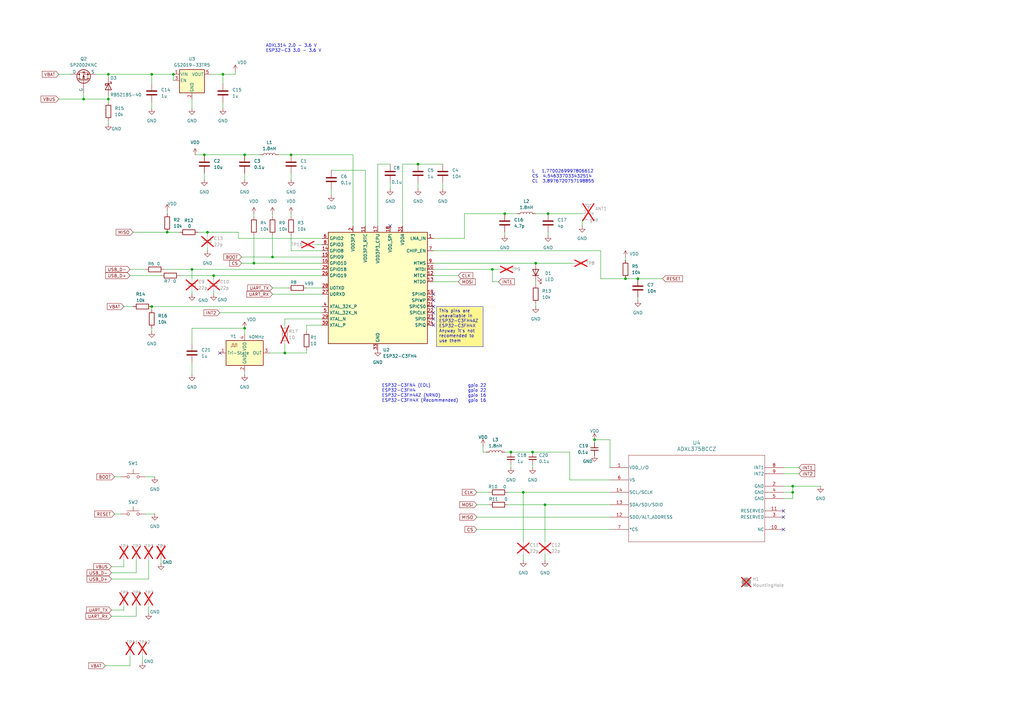
<source format=kicad_sch>
(kicad_sch (version 20250114) (generator "eeschema") (generator_version "9.0")
  (paper "A3")
  (text "ESP32-C3FN4 (EOL) 			gpio 22\nESP32-C3FH4					gpio 22\nESP32-C3FH4AZ (NRND)		gpio 16\nESP32-C3FH4X (Recommended)	gpio 16" (at 178.054 161.29 0) (effects (font (size 1.27 1.27))))
  (text "L   1.7700269997806612\nCS  4.546337033432514\nCL  3.8976720757198855" (at 218.186 72.39 0) (effects (font (size 1.27 1.27)) (justify left)))
  (text "ADXL314 2.0 - 3.6 V\nESP32-C3 3.0 - 3.6 V" (at 108.966 19.812 0) (effects (font (size 1.27 1.27)) (justify left)))
  (text_box "This pins are unavailable in \nESP32-C3FH4AZ \nESP32-C3FH4X\nAnyway it's not recomended to use them" (at 179.07 125.73 0) (size 19.05 16.51) (margins 0.9525 0.9525 0.9525 0.9525) (fill (type color) (color 255 247 142 1)) (effects (font (size 1.27 1.27)) (justify left top)))
  (junction (at 325.12 201.93))
  (junction (at 218.44 185.42))
  (junction (at 256.54 114.3))
  (junction (at 78.74 110.49))
  (junction (at 100.33 134.62))
  (junction (at 243.84 180.34))
  (junction (at 223.52 207.01))
  (junction (at 224.79 87.63))
  (junction (at 104.14 107.95))
  (junction (at 209.55 185.42))
  (junction (at 207.01 87.63))
  (junction (at 91.44 30.48))
  (junction (at 44.45 40.64))
  (junction (at 261.62 114.3))
  (junction (at 214.63 201.93))
  (junction (at 62.23 125.73))
  (junction (at 71.12 30.48))
  (junction (at 201.93 110.49))
  (junction (at 68.58 95.25))
  (junction (at 100.33 63.5))
  (junction (at 116.84 144.78))
  (junction (at 85.09 95.25))
  (junction (at 34.29 40.64))
  (junction (at 83.82 63.5))
  (junction (at 171.45 67.31))
  (junction (at 219.71 107.95))
  (junction (at 111.76 105.41))
  (junction (at 62.23 30.48))
  (junction (at 44.45 30.48))
  (junction (at 87.63 113.03))
  (junction (at 325.12 199.39))
  (junction (at 119.38 63.5))
  (no_connect (at 177.8 123.19))
  (no_connect (at 321.31 217.17))
  (no_connect (at 321.31 212.09))
  (no_connect (at 177.8 128.27))
  (no_connect (at 177.8 125.73))
  (no_connect (at 321.31 209.55))
  (no_connect (at 90.17 144.78))
  (no_connect (at 177.8 120.65))
  (no_connect (at 177.8 133.35))
  (no_connect (at 160.02 92.71))
  (no_connect (at 177.8 130.81))
  (wire (pts (xy 62.23 30.48) (xy 62.23 34.29)))
  (wire (pts (xy 54.61 95.25) (xy 68.58 95.25)))
  (wire (pts (xy 34.29 40.64) (xy 44.45 40.64)))
  (wire (pts (xy 44.45 39.37) (xy 44.45 40.64)))
  (wire (pts (xy 219.71 115.57) (xy 219.71 116.84)))
  (wire (pts (xy 46.99 210.82) (xy 49.53 210.82)))
  (wire (pts (xy 207.01 87.63) (xy 212.09 87.63)))
  (wire (pts (xy 125.73 143.51) (xy 125.73 144.78)))
  (wire (pts (xy 67.31 110.49) (xy 78.74 110.49)))
  (wire (pts (xy 62.23 125.73) (xy 132.08 125.73)))
  (wire (pts (xy 256.54 114.3) (xy 261.62 114.3)))
  (wire (pts (xy 54.61 125.73) (xy 50.8 125.73)))
  (wire (pts (xy 85.09 95.25) (xy 85.09 96.52)))
  (wire (pts (xy 336.55 199.39) (xy 325.12 199.39)))
  (wire (pts (xy 78.74 134.62) (xy 100.33 134.62)))
  (wire (pts (xy 144.78 63.5) (xy 144.78 92.71)))
  (wire (pts (xy 66.04 229.87) (xy 66.04 231.14)))
  (wire (pts (xy 119.38 96.52) (xy 119.38 102.87)))
  (wire (pts (xy 97.79 97.79) (xy 132.08 97.79)))
  (wire (pts (xy 114.3 63.5) (xy 119.38 63.5)))
  (wire (pts (xy 325.12 199.39) (xy 321.31 199.39)))
  (wire (pts (xy 219.71 124.46) (xy 219.71 125.73)))
  (wire (pts (xy 207.01 95.25) (xy 207.01 96.52)))
  (wire (pts (xy 55.88 248.92) (xy 55.88 252.73)))
  (wire (pts (xy 250.19 180.34) (xy 250.19 191.77)))
  (wire (pts (xy 80.01 63.5) (xy 83.82 63.5)))
  (wire (pts (xy 62.23 44.45) (xy 62.23 41.91)))
  (wire (pts (xy 223.52 227.33) (xy 223.52 229.87)))
  (wire (pts (xy 119.38 87.63) (xy 119.38 88.9)))
  (wire (pts (xy 190.5 97.79) (xy 190.5 87.63)))
  (wire (pts (xy 246.38 114.3) (xy 246.38 102.87)))
  (wire (pts (xy 119.38 73.66) (xy 119.38 71.12)))
  (wire (pts (xy 45.72 234.95) (xy 55.88 234.95)))
  (wire (pts (xy 171.45 77.47) (xy 171.45 74.93)))
  (wire (pts (xy 96.52 29.21) (xy 96.52 30.48)))
  (wire (pts (xy 119.38 63.5) (xy 144.78 63.5)))
  (wire (pts (xy 87.63 119.38) (xy 87.63 120.65)))
  (wire (pts (xy 73.66 113.03) (xy 87.63 113.03)))
  (wire (pts (xy 201.93 115.57) (xy 201.93 110.49)))
  (wire (pts (xy 50.8 232.41) (xy 50.8 229.87)))
  (wire (pts (xy 224.79 95.25) (xy 224.79 96.52)))
  (wire (pts (xy 99.06 105.41) (xy 111.76 105.41)))
  (wire (pts (xy 177.8 110.49) (xy 201.93 110.49)))
  (wire (pts (xy 223.52 207.01) (xy 223.52 222.25)))
  (wire (pts (xy 209.55 185.42) (xy 218.44 185.42)))
  (wire (pts (xy 62.23 134.62) (xy 62.23 135.89)))
  (wire (pts (xy 68.58 86.36) (xy 68.58 87.63)))
  (wire (pts (xy 238.76 90.17) (xy 238.76 92.71)))
  (wire (pts (xy 208.28 201.93) (xy 214.63 201.93)))
  (wire (pts (xy 46.99 195.58) (xy 49.53 195.58)))
  (wire (pts (xy 119.38 102.87) (xy 132.08 102.87)))
  (wire (pts (xy 165.1 67.31) (xy 165.1 92.71)))
  (wire (pts (xy 250.19 180.34) (xy 243.84 180.34)))
  (wire (pts (xy 53.34 110.49) (xy 59.69 110.49)))
  (wire (pts (xy 325.12 204.47) (xy 325.12 201.93)))
  (wire (pts (xy 63.5 210.82) (xy 59.69 210.82)))
  (wire (pts (xy 60.96 229.87) (xy 60.96 237.49)))
  (wire (pts (xy 83.82 73.66) (xy 83.82 71.12)))
  (wire (pts (xy 71.12 30.48) (xy 71.12 33.02)))
  (wire (pts (xy 204.47 115.57) (xy 201.93 115.57)))
  (wire (pts (xy 116.84 130.81) (xy 132.08 130.81)))
  (wire (pts (xy 177.8 107.95) (xy 219.71 107.95)))
  (wire (pts (xy 97.79 97.79) (xy 97.79 95.25)))
  (wire (pts (xy 214.63 201.93) (xy 214.63 222.25)))
  (wire (pts (xy 195.58 201.93) (xy 200.66 201.93)))
  (wire (pts (xy 261.62 114.3) (xy 271.78 114.3)))
  (wire (pts (xy 214.63 227.33) (xy 214.63 229.87)))
  (wire (pts (xy 58.42 269.24) (xy 58.42 271.78)))
  (wire (pts (xy 208.28 207.01) (xy 223.52 207.01)))
  (wire (pts (xy 321.31 201.93) (xy 325.12 201.93)))
  (wire (pts (xy 96.52 30.48) (xy 91.44 30.48)))
  (wire (pts (xy 116.84 144.78) (xy 125.73 144.78)))
  (wire (pts (xy 87.63 113.03) (xy 87.63 114.3)))
  (wire (pts (xy 44.45 30.48) (xy 62.23 30.48)))
  (wire (pts (xy 91.44 30.48) (xy 91.44 34.29)))
  (wire (pts (xy 53.34 269.24) (xy 53.34 273.05)))
  (wire (pts (xy 177.8 115.57) (xy 187.96 115.57)))
  (wire (pts (xy 100.33 63.5) (xy 106.68 63.5)))
  (wire (pts (xy 78.74 148.59) (xy 78.74 153.67)))
  (wire (pts (xy 116.84 133.35) (xy 116.84 130.81)))
  (wire (pts (xy 104.14 107.95) (xy 132.08 107.95)))
  (wire (pts (xy 87.63 113.03) (xy 132.08 113.03)))
  (wire (pts (xy 45.72 252.73) (xy 55.88 252.73)))
  (wire (pts (xy 149.86 69.85) (xy 149.86 92.71)))
  (wire (pts (xy 135.89 69.85) (xy 149.86 69.85)))
  (wire (pts (xy 104.14 87.63) (xy 104.14 88.9)))
  (wire (pts (xy 34.29 38.1) (xy 34.29 40.64)))
  (wire (pts (xy 100.33 134.62) (xy 100.33 137.16)))
  (wire (pts (xy 53.34 113.03) (xy 66.04 113.03)))
  (wire (pts (xy 111.76 118.11) (xy 118.11 118.11)))
  (wire (pts (xy 45.72 237.49) (xy 60.96 237.49)))
  (wire (pts (xy 81.28 95.25) (xy 85.09 95.25)))
  (wire (pts (xy 83.82 63.5) (xy 100.33 63.5)))
  (wire (pts (xy 135.89 77.47) (xy 135.89 80.01)))
  (wire (pts (xy 160.02 74.93) (xy 160.02 77.47)))
  (wire (pts (xy 24.13 30.48) (xy 29.21 30.48)))
  (wire (pts (xy 44.45 40.64) (xy 44.45 41.91)))
  (wire (pts (xy 68.58 95.25) (xy 73.66 95.25)))
  (wire (pts (xy 97.79 95.25) (xy 85.09 95.25)))
  (wire (pts (xy 256.54 105.41) (xy 256.54 106.68)))
  (wire (pts (xy 250.19 212.09) (xy 195.58 212.09)))
  (wire (pts (xy 99.06 107.95) (xy 104.14 107.95)))
  (wire (pts (xy 218.44 190.5) (xy 218.44 191.77)))
  (wire (pts (xy 110.49 144.78) (xy 116.84 144.78)))
  (wire (pts (xy 116.84 144.78) (xy 116.84 140.97)))
  (wire (pts (xy 207.01 185.42) (xy 209.55 185.42)))
  (wire (pts (xy 321.31 191.77) (xy 327.66 191.77)))
  (wire (pts (xy 243.84 181.61) (xy 243.84 180.34)))
  (wire (pts (xy 129.54 100.33) (xy 132.08 100.33)))
  (wire (pts (xy 125.73 118.11) (xy 132.08 118.11)))
  (wire (pts (xy 86.36 30.48) (xy 91.44 30.48)))
  (wire (pts (xy 154.94 67.31) (xy 154.94 92.71)))
  (wire (pts (xy 111.76 105.41) (xy 132.08 105.41)))
  (wire (pts (xy 214.63 201.93) (xy 250.19 201.93)))
  (wire (pts (xy 55.88 229.87) (xy 55.88 234.95)))
  (wire (pts (xy 125.73 135.89) (xy 125.73 133.35)))
  (wire (pts (xy 261.62 121.92) (xy 261.62 123.19)))
  (wire (pts (xy 325.12 201.93) (xy 325.12 199.39)))
  (wire (pts (xy 233.68 185.42) (xy 233.68 196.85)))
  (wire (pts (xy 85.09 101.6) (xy 85.09 102.87)))
  (wire (pts (xy 91.44 44.45) (xy 91.44 41.91)))
  (wire (pts (xy 160.02 67.31) (xy 154.94 67.31)))
  (wire (pts (xy 78.74 110.49) (xy 78.74 114.3)))
  (wire (pts (xy 45.72 232.41) (xy 50.8 232.41)))
  (wire (pts (xy 198.12 182.88) (xy 198.12 185.42)))
  (wire (pts (xy 195.58 217.17) (xy 250.19 217.17)))
  (wire (pts (xy 233.68 196.85) (xy 250.19 196.85)))
  (wire (pts (xy 111.76 96.52) (xy 111.76 105.41)))
  (wire (pts (xy 44.45 49.53) (xy 44.45 50.8)))
  (wire (pts (xy 62.23 30.48) (xy 71.12 30.48)))
  (wire (pts (xy 90.17 128.27) (xy 132.08 128.27)))
  (wire (pts (xy 111.76 87.63) (xy 111.76 88.9)))
  (wire (pts (xy 325.12 204.47) (xy 321.31 204.47)))
  (wire (pts (xy 100.33 152.4) (xy 100.33 153.67)))
  (wire (pts (xy 104.14 96.52) (xy 104.14 107.95)))
  (wire (pts (xy 219.71 87.63) (xy 224.79 87.63)))
  (wire (pts (xy 59.69 195.58) (xy 63.5 195.58)))
  (wire (pts (xy 195.58 207.01) (xy 200.66 207.01)))
  (wire (pts (xy 181.61 74.93) (xy 181.61 77.47)))
  (wire (pts (xy 24.13 40.64) (xy 34.29 40.64)))
  (wire (pts (xy 246.38 114.3) (xy 256.54 114.3)))
  (wire (pts (xy 78.74 119.38) (xy 78.74 120.65)))
  (wire (pts (xy 125.73 133.35) (xy 132.08 133.35)))
  (wire (pts (xy 100.33 71.12) (xy 100.33 73.66)))
  (wire (pts (xy 111.76 120.65) (xy 132.08 120.65)))
  (wire (pts (xy 78.74 134.62) (xy 78.74 140.97)))
  (wire (pts (xy 321.31 194.31) (xy 327.66 194.31)))
  (wire (pts (xy 209.55 190.5) (xy 209.55 191.77)))
  (wire (pts (xy 78.74 110.49) (xy 132.08 110.49)))
  (wire (pts (xy 39.37 30.48) (xy 44.45 30.48)))
  (wire (pts (xy 45.72 250.19) (xy 50.8 250.19)))
  (wire (pts (xy 218.44 185.42) (xy 233.68 185.42)))
  (wire (pts (xy 224.79 87.63) (xy 238.76 87.63)))
  (wire (pts (xy 165.1 67.31) (xy 171.45 67.31)))
  (wire (pts (xy 60.96 248.92) (xy 60.96 251.46)))
  (wire (pts (xy 223.52 207.01) (xy 250.19 207.01)))
  (wire (pts (xy 201.93 110.49) (xy 204.47 110.49)))
  (wire (pts (xy 50.8 248.92) (xy 50.8 250.19)))
  (wire (pts (xy 177.8 97.79) (xy 190.5 97.79)))
  (wire (pts (xy 78.74 40.64) (xy 78.74 44.45)))
  (wire (pts (xy 198.12 185.42) (xy 199.39 185.42)))
  (wire (pts (xy 190.5 87.63) (xy 207.01 87.63)))
  (wire (pts (xy 171.45 67.31) (xy 181.61 67.31)))
  (wire (pts (xy 62.23 127) (xy 62.23 125.73)))
  (wire (pts (xy 219.71 107.95) (xy 234.95 107.95)))
  (wire (pts (xy 44.45 30.48) (xy 44.45 31.75)))
  (wire (pts (xy 43.18 273.05) (xy 53.34 273.05)))
  (wire (pts (xy 246.38 102.87) (xy 177.8 102.87)))
  (wire (pts (xy 177.8 113.03) (xy 187.96 113.03)))
  (global_label "USB_D+" (shape input) (at 45.72 237.49 180) (property "Intersheetrefs" "${INTERSHEET_REFS}" (effects (hide yes))))
  (global_label "MOSI" (shape input) (at 187.96 115.57 0) (property "Intersheetrefs" "${INTERSHEET_REFS}" (effects (hide yes))))
  (global_label "MISO" (shape input) (at 54.61 95.25 180) (property "Intersheetrefs" "${INTERSHEET_REFS}" (effects (hide yes))))
  (global_label "INT1" (shape input) (at 327.66 191.77 0) (property "Intersheetrefs" "${INTERSHEET_REFS}" (effects (hide yes))))
  (global_label "CS" (shape input) (at 195.58 217.17 180) (property "Intersheetrefs" "${INTERSHEET_REFS}" (effects (hide yes))))
  (global_label "UART_TX" (shape input) (at 111.76 118.11 180) (property "Intersheetrefs" "${INTERSHEET_REFS}" (effects (hide yes))))
  (global_label "USB_D-" (shape input) (at 45.72 234.95 180) (property "Intersheetrefs" "${INTERSHEET_REFS}" (effects (hide yes))))
  (global_label "VBAT" (shape input) (at 50.8 125.73 180) (property "Intersheetrefs" "${INTERSHEET_REFS}" (effects (hide yes))))
  (global_label "USB_D+" (shape input) (at 53.34 113.03 180) (property "Intersheetrefs" "${INTERSHEET_REFS}" (effects (hide yes))))
  (global_label "VBAT" (shape input) (at 43.18 273.05 180) (property "Intersheetrefs" "${INTERSHEET_REFS}" (effects (hide yes))))
  (global_label "RESET" (shape input) (at 271.78 114.3 0) (property "Intersheetrefs" "${INTERSHEET_REFS}" (effects (hide yes))))
  (global_label "CS" (shape input) (at 99.06 107.95 180) (property "Intersheetrefs" "${INTERSHEET_REFS}" (effects (hide yes))))
  (global_label "MOSI" (shape input) (at 195.58 207.01 180) (property "Intersheetrefs" "${INTERSHEET_REFS}" (effects (hide yes))))
  (global_label "INT2" (shape input) (at 327.66 194.31 0) (property "Intersheetrefs" "${INTERSHEET_REFS}" (effects (hide yes))))
  (global_label "UART_RX" (shape input) (at 45.72 252.73 180) (property "Intersheetrefs" "${INTERSHEET_REFS}" (effects (hide yes))))
  (global_label "MISO" (shape input) (at 195.58 212.09 180) (property "Intersheetrefs" "${INTERSHEET_REFS}" (effects (hide yes))))
  (global_label "BOOT" (shape input) (at 46.99 195.58 180) (property "Intersheetrefs" "${INTERSHEET_REFS}" (effects (hide yes))))
  (global_label "CLK" (shape input) (at 195.58 201.93 180) (property "Intersheetrefs" "${INTERSHEET_REFS}" (effects (hide yes))))
  (global_label "RESET" (shape input) (at 46.99 210.82 180) (property "Intersheetrefs" "${INTERSHEET_REFS}" (effects (hide yes))))
  (global_label "UART_TX" (shape input) (at 45.72 250.19 180) (property "Intersheetrefs" "${INTERSHEET_REFS}" (effects (hide yes))))
  (global_label "VBUS" (shape input) (at 24.13 40.64 180) (property "Intersheetrefs" "${INTERSHEET_REFS}" (effects (hide yes))))
  (global_label "BOOT" (shape input) (at 99.06 105.41 180) (property "Intersheetrefs" "${INTERSHEET_REFS}" (effects (hide yes))))
  (global_label "CLK" (shape input) (at 187.96 113.03 0) (property "Intersheetrefs" "${INTERSHEET_REFS}" (effects (hide yes))))
  (global_label "VBAT" (shape input) (at 24.13 30.48 180) (property "Intersheetrefs" "${INTERSHEET_REFS}" (effects (hide yes))))
  (global_label "VBUS" (shape input) (at 45.72 232.41 180) (property "Intersheetrefs" "${INTERSHEET_REFS}" (effects (hide yes))))
  (global_label "UART_RX" (shape input) (at 111.76 120.65 180) (property "Intersheetrefs" "${INTERSHEET_REFS}" (effects (hide yes))))
  (global_label "INT1" (shape input) (at 204.47 115.57 0) (property "Intersheetrefs" "${INTERSHEET_REFS}" (effects (hide yes))))
  (global_label "INT2" (shape input) (at 90.17 128.27 180) (property "Intersheetrefs" "${INTERSHEET_REFS}" (effects (hide yes))))
  (global_label "USB_D-" (shape input) (at 53.34 110.49 180) (property "Intersheetrefs" "${INTERSHEET_REFS}" (effects (hide yes))))
  (symbol (lib_id "Device:C") (at 261.62 118.11 0) (unit 1)
    (property "Reference" "C7" (at 265.43 116.8399 0) (effects (justify left)))
    (property "Value" "10n" (at 265.43 119.3799 0) (effects (justify left)))
    (property "Footprint" "Capacitor_SMD:C_0402_1005Metric" (effects (hide yes)))
    (property "Description" "Unpolarized capacitor" (effects (hide yes)))
    (property "LCSC" "C527020" (effects (hide yes)))
    (property "PartNumber" "CC0402MRX7R6BB103" (effects (hide yes)))
  )
  (symbol (lib_id "Connector:TestPoint") (at 55.88 248.92 0) (unit 1) (dnp yes)
    (property "Reference" "TP6" (at 54.356 243.078 0) (effects (justify left)))
    (property "Value" "TestPoint" (effects (hide yes)))
    (property "Footprint" "Local:TP_1x2mm" (effects (hide yes)))
    (property "Description" "test point" (effects (hide yes)))
  )
  (symbol (lib_id "Device:R") (at 204.47 201.93 270) (mirror x) (unit 1)
    (property "Reference" "R10" (at 202.184 199.644 90))
    (property "Value" "0" (at 207.01 199.644 90))
    (property "Footprint" "Resistor_SMD:R_0402_1005Metric" (effects (hide yes)))
    (property "Description" "Resistor" (effects (hide yes)))
    (property "LCSC" "C106231" (effects (hide yes)))
    (property "PartNumber" "RC0402FR-070RL" (effects (hide yes)))
  )
  (symbol (lib_id "Connector:TestPoint") (at 234.95 107.95 270) (unit 1) (dnp yes)
    (property "Reference" "TP8" (at 240.284 107.95 90) (effects (justify left)))
    (property "Value" "TestPoint" (effects (hide yes)))
    (property "Footprint" "Local:TP_1x2mm" (effects (hide yes)))
    (property "Description" "test point" (effects (hide yes)))
  )
  (symbol (lib_id "Device:C") (at 119.38 67.31 0) (unit 1)
    (property "Reference" "C1" (at 123.19 66.0399 0) (effects (justify left)))
    (property "Value" "1u" (at 123.19 68.5799 0) (effects (justify left)))
    (property "Footprint" "Capacitor_SMD:C_0402_1005Metric" (effects (hide yes)))
    (property "Description" "Unpolarized capacitor" (effects (hide yes)))
    (property "LCSC" "C106254" (effects (hide yes)))
    (property "PartNumber" "CC0402KRX5R6BB105" (effects (hide yes)))
  )
  (symbol (lib_id "Device:LED") (at 219.71 111.76 90) (unit 1)
    (property "Reference" "D1" (at 223.52 112.0774 90) (effects (justify right)))
    (property "Value" "LED" (at 223.52 114.6174 90) (effects (justify right)))
    (property "Footprint" "LED_SMD:LED_0402_1005Metric" (effects (hide yes)))
    (property "Description" "Light emitting diode" (effects (hide yes)))
    (property "Sim.Pins" "1=K 2=A" (effects (hide yes)))
    (property "LCSC" "C51933305" (effects (hide yes)))
    (property "PartNumber" "GL0402YG01" (effects (hide yes)))
  )
  (symbol (lib_id "power:GND") (at 219.71 125.73 0) (unit 1)
    (property "Reference" "#PWR038" (effects (hide yes)))
    (property "Value" "GND" (at 219.71 130.81 0))
    (property "Description" "Power symbol creates a global label with name \"GND\" , ground" (effects (hide yes)))
  )
  (symbol (lib_id "Device:R") (at 121.92 118.11 90) (unit 1)
    (property "Reference" "R8" (at 120.396 115.824 90))
    (property "Value" "499" (at 126.746 116.332 90))
    (property "Footprint" "Resistor_SMD:R_0402_1005Metric" (effects (hide yes)))
    (property "Description" "Resistor" (effects (hide yes)))
    (property "LCSC" "C137970" (effects (hide yes)))
    (property "PartNumber" "RC0402FR-07499RL" (effects (hide yes)))
  )
  (symbol (lib_id "Device:R") (at 104.14 92.71 180) (unit 1)
    (property "Reference" "R4" (at 106.68 91.4399 0) (effects (justify right)))
    (property "Value" "10k" (at 106.68 93.9799 0) (effects (justify right)))
    (property "Footprint" "Resistor_SMD:R_0402_1005Metric" (effects (hide yes)))
    (property "Description" "Resistor" (effects (hide yes)))
    (property "LCSC" "C60490" (effects (hide yes)))
    (property "PartNumber" "RC0402FR-0710KL" (effects (hide yes)))
  )
  (symbol (lib_id "power:VDD") (at 243.84 180.34 0) (mirror y) (unit 1)
    (property "Reference" "#PWR23" (effects (hide yes)))
    (property "Value" "VDD" (at 243.84 176.784 0))
    (property "Description" "Power symbol creates a global label with name \"VDD\"" (effects (hide yes)))
  )
  (symbol (lib_id "power:GND") (at 58.42 271.78 0) (unit 1)
    (property "Reference" "#PWR039" (effects (hide yes)))
    (property "Value" "GND" (at 60.96 271.272 0))
    (property "Description" "Power symbol creates a global label with name \"GND\" , ground" (effects (hide yes)))
  )
  (symbol (lib_id "Device:R") (at 58.42 125.73 270) (unit 1)
    (property "Reference" "R14" (at 57.658 120.65 90))
    (property "Value" "10k" (at 57.658 123.19 90))
    (property "Footprint" "Resistor_SMD:R_0402_1005Metric" (effects (hide yes)))
    (property "Description" "Resistor" (effects (hide yes)))
    (property "LCSC" "C60490" (effects (hide yes)))
    (property "PartNumber" "RC0402FR-0710KL" (effects (hide yes)))
  )
  (symbol (lib_id "power:GND") (at 60.96 251.46 0) (unit 1)
    (property "Reference" "#PWR027" (effects (hide yes)))
    (property "Value" "GND" (at 63.5 250.952 0))
    (property "Description" "Power symbol creates a global label with name \"GND\" , ground" (effects (hide yes)))
  )
  (symbol (lib_id "Mechanical:MountingHole") (at 306.07 238.76 0) (unit 1) (in_bom no) (dnp yes)
    (property "Reference" "H1" (at 308.61 237.4899 0) (effects (justify left)))
    (property "Value" "MountingHole" (at 308.61 240.0299 0) (effects (justify left)))
    (property "Footprint" "MountingHole:MountingHole_3.2mm_M3" (effects (hide yes)))
    (property "Description" "Mounting Hole without connection" (effects (hide yes)))
  )
  (symbol (lib_id "Connector:TestPoint") (at 50.8 229.87 0) (unit 1) (dnp yes)
    (property "Reference" "TP1" (at 49.276 224.028 0) (effects (justify left)))
    (property "Value" "TestPoint" (effects (hide yes)))
    (property "Footprint" "Local:TP_1x2mm" (effects (hide yes)))
    (property "Description" "test point" (effects (hide yes)))
  )
  (symbol (lib_id "Device:C_Small") (at 85.09 99.06 0) (unit 1) (dnp yes)
    (property "Reference" "C13" (at 87.63 97.7962 0) (effects (justify left)))
    (property "Value" "22p" (at 87.63 100.3362 0) (effects (justify left)))
    (property "Footprint" "Capacitor_SMD:C_0402_1005Metric" (effects (hide yes)))
    (property "Description" "Unpolarized capacitor, small symbol" (effects (hide yes)))
    (property "LCSC" "C541361" (effects (hide yes)))
    (property "PartNumber" "CC0402JRNPO8BN220" (effects (hide yes)))
  )
  (symbol (lib_id "power:GND") (at 78.74 44.45 0) (unit 1)
    (property "Reference" "#PWR036" (effects (hide yes)))
    (property "Value" "GND" (at 78.74 49.53 0))
    (property "Description" "Power symbol creates a global label with name \"GND\" , ground" (effects (hide yes)))
  )
  (symbol (lib_id "Device:R") (at 125.73 139.7 180) (unit 1)
    (property "Reference" "R1" (at 127.254 138.43 0) (effects (justify right)))
    (property "Value" "10" (at 127.254 140.97 0) (effects (justify right)))
    (property "Footprint" "Resistor_SMD:R_0402_1005Metric" (effects (hide yes)))
    (property "Description" "Resistor" (effects (hide yes)))
    (property "LCSC" "C138066" (effects (hide yes)))
    (property "PartNumber" "RC0402FR-0710RL" (effects (hide yes)))
  )
  (symbol (lib_id "power:GND") (at 44.45 50.8 0) (unit 1)
    (property "Reference" "#PWR043" (effects (hide yes)))
    (property "Value" "GND" (at 47.752 52.832 0))
    (property "Description" "Power symbol creates a global label with name \"GND\" , ground" (effects (hide yes)))
  )
  (symbol (lib_id "Device:C_Small") (at 223.52 224.79 0) (unit 1) (dnp yes)
    (property "Reference" "C12" (at 226.06 223.5262 0) (effects (justify left)))
    (property "Value" "22p" (at 226.06 226.0662 0) (effects (justify left)))
    (property "Footprint" "Capacitor_SMD:C_0402_1005Metric" (effects (hide yes)))
    (property "Description" "Unpolarized capacitor, small symbol" (effects (hide yes)))
    (property "LCSC" "C541361" (effects (hide yes)))
    (property "PartNumber" "CC0402JRNPO8BN220" (effects (hide yes)))
  )
  (symbol (lib_id "Connector:TestPoint") (at 60.96 248.92 0) (unit 1) (dnp yes)
    (property "Reference" "TP7" (at 59.436 243.078 0) (effects (justify left)))
    (property "Value" "TestPoint" (effects (hide yes)))
    (property "Footprint" "Local:TP_1x2mm" (effects (hide yes)))
    (property "Description" "test point" (effects (hide yes)))
  )
  (symbol (lib_id "power:GND") (at 83.82 73.66 0) (unit 1)
    (property "Reference" "#PWR01" (effects (hide yes)))
    (property "Value" "GND" (at 83.82 78.74 0))
    (property "Description" "Power symbol creates a global label with name \"GND\" , ground" (effects (hide yes)))
  )
  (symbol (lib_id "Connector:TestPoint") (at 58.42 269.24 0) (unit 1) (dnp yes)
    (property "Reference" "TP12" (at 56.896 263.398 0) (effects (justify left)))
    (property "Value" "TestPoint" (effects (hide yes)))
    (property "Footprint" "Local:TP_1x2mm" (effects (hide yes)))
    (property "Description" "test point" (effects (hide yes)))
  )
  (symbol (lib_id "power:GND") (at 261.62 123.19 0) (unit 1)
    (property "Reference" "#PWR018" (effects (hide yes)))
    (property "Value" "GND" (at 261.62 128.27 0))
    (property "Description" "Power symbol creates a global label with name \"GND\" , ground" (effects (hide yes)))
  )
  (symbol (lib_id "Connector:TestPoint") (at 53.34 269.24 0) (unit 1) (dnp yes)
    (property "Reference" "TP11" (at 51.816 263.398 0) (effects (justify left)))
    (property "Value" "TestPoint" (effects (hide yes)))
    (property "Footprint" "Local:TP_1x2mm" (effects (hide yes)))
    (property "Description" "test point" (effects (hide yes)))
  )
  (symbol (lib_id "power:GND") (at 78.74 153.67 0) (unit 1)
    (property "Reference" "#PWR045" (effects (hide yes)))
    (property "Value" "GND" (at 78.74 158.75 0))
    (property "Description" "Power symbol creates a global label with name \"GND\" , ground" (effects (hide yes)))
  )
  (symbol (lib_id "Oscillator:ASCO") (at 100.33 144.78 0) (unit 1)
    (property "Reference" "Y1" (at 95.758 137.922 0))
    (property "Value" "40MHz" (at 105.156 138.176 0))
    (property "Footprint" "Oscillator:Oscillator_SMD_Abracon_ASE-4Pin_3.2x2.5mm" (effects (hide yes)))
    (property "Datasheet" "https://www.lcsc.com/datasheet/C52954960.pdf" (effects (hide yes)))
    (property "Description" "HCI 8122H-Y40.000NK33DT" (effects (hide yes)))
    (property "LCSC" "C48888233" (effects (hide yes)))
    (property "PartNumber" "OW2EL89CENUXK7YLC-40M" (effects (hide yes)))
  )
  (symbol (lib_id "Device:L") (at 203.2 185.42 90) (unit 1)
    (property "Reference" "L3" (at 203.2 180.34 90))
    (property "Value" "1.8nH" (at 203.2 182.88 90))
    (property "Footprint" "Inductor_SMD:L_0402_1005Metric" (effects (hide yes)))
    (property "Description" "Inductor" (effects (hide yes)))
    (property "LCSC" "C395057" (effects (hide yes)))
    (property "PartNumber" "VHF100505HQ1N8ST" (effects (hide yes)))
  )
  (symbol (lib_id "Device:C") (at 171.45 71.12 0) (unit 1)
    (property "Reference" "C5" (at 175.26 69.8499 0) (effects (justify left)))
    (property "Value" "1u" (at 175.26 72.3899 0) (effects (justify left)))
    (property "Footprint" "Capacitor_SMD:C_0402_1005Metric" (effects (hide yes)))
    (property "Description" "Unpolarized capacitor" (effects (hide yes)))
    (property "LCSC" "C106254" (effects (hide yes)))
    (property "PartNumber" "CC0402KRX5R6BB105" (effects (hide yes)))
  )
  (symbol (lib_id "power:GND") (at 154.94 143.51 0) (unit 1)
    (property "Reference" "#PWR03" (effects (hide yes)))
    (property "Value" "GND" (at 154.94 148.59 0))
    (property "Description" "Power symbol creates a global label with name \"GND\" , ground" (effects (hide yes)))
  )
  (symbol (lib_id "power:GND") (at 223.52 229.87 0) (unit 1)
    (property "Reference" "#PWR031" (effects (hide yes)))
    (property "Value" "GND" (at 223.52 234.95 0))
    (property "Description" "Power symbol creates a global label with name \"GND\" , ground" (effects (hide yes)))
  )
  (symbol (lib_id "power:GND") (at 214.63 229.87 0) (unit 1)
    (property "Reference" "#PWR030" (effects (hide yes)))
    (property "Value" "GND" (at 214.63 234.95 0))
    (property "Description" "Power symbol creates a global label with name \"GND\" , ground" (effects (hide yes)))
  )
  (symbol (lib_id "power:GND") (at 160.02 77.47 0) (unit 1)
    (property "Reference" "#PWR011" (effects (hide yes)))
    (property "Value" "GND" (at 160.02 82.55 0))
    (property "Description" "Power symbol creates a global label with name \"GND\" , ground" (effects (hide yes)))
  )
  (symbol (lib_id "power:VDD") (at 100.33 134.62 0) (unit 1)
    (property "Reference" "#PWR13" (effects (hide yes)))
    (property "Value" "VDD" (at 103.124 131.064 0))
    (property "Description" "Power symbol creates a global label with name \"VDD\"" (effects (hide yes)))
  )
  (symbol (lib_id "power:GND") (at 62.23 135.89 0) (unit 1)
    (property "Reference" "#PWR044" (effects (hide yes)))
    (property "Value" "GND" (at 62.23 140.97 0))
    (property "Description" "Power symbol creates a global label with name \"GND\" , ground" (effects (hide yes)))
  )
  (symbol (lib_id "Device:D_Schottky") (at 44.45 35.56 270) (unit 1)
    (property "Reference" "D3" (at 45.212 32.004 90) (effects (justify left)))
    (property "Value" "RB521BS-40" (at 45.212 38.862 90) (effects (justify left)))
    (property "Footprint" "Diode_SMD:D_SOD-882" (effects (hide yes)))
    (property "Description" "Schottky diode" (effects (hide yes)))
    (property "LCSC" "C53207092" (effects (hide yes)))
    (property "PartNumber" "RB521BS-40" (effects (hide yes)))
  )
  (symbol (lib_id "Connector:TestPoint") (at 129.54 100.33 90) (unit 1) (dnp yes)
    (property "Reference" "TP10" (at 124.206 100.33 90) (effects (justify left)))
    (property "Value" "TestPoint" (effects (hide yes)))
    (property "Footprint" "Local:TP_1x2mm" (effects (hide yes)))
    (property "Description" "test point" (effects (hide yes)))
  )
  (symbol (lib_id "Device:C_Small") (at 209.55 187.96 0) (mirror y) (unit 1)
    (property "Reference" "C18" (at 212.09 186.6962 0) (effects (justify right)))
    (property "Value" "1u" (at 212.09 189.2362 0) (effects (justify right)))
    (property "Footprint" "Capacitor_SMD:C_0402_1005Metric" (effects (hide yes)))
    (property "Description" "Unpolarized capacitor, small symbol" (effects (hide yes)))
    (property "LCSC" "C106254" (effects (hide yes)))
    (property "PartNumber" "CC0402KRX5R6BB105" (effects (hide yes)))
  )
  (symbol (lib_id "power:VDD") (at 111.76 87.63 0) (unit 1)
    (property "Reference" "#PWR25" (effects (hide yes)))
    (property "Value" "VDD" (at 111.76 82.55 0))
    (property "Description" "Power symbol creates a global label with name \"VDD\"" (effects (hide yes)))
  )
  (symbol (lib_id "power:GND") (at 87.63 120.65 0) (unit 1)
    (property "Reference" "#PWR021" (effects (hide yes)))
    (property "Value" "GND" (at 91.186 122.936 0))
    (property "Description" "Power symbol creates a global label with name \"GND\" , ground" (effects (hide yes)))
  )
  (symbol (lib_id "Device:L") (at 215.9 87.63 90) (unit 1)
    (property "Reference" "L2" (at 215.9 82.55 90))
    (property "Value" "1.8nH" (at 215.9 85.09 90))
    (property "Footprint" "Inductor_SMD:L_0402_1005Metric" (effects (hide yes)))
    (property "Description" "Inductor" (effects (hide yes)))
    (property "LCSC" "C395057" (effects (hide yes)))
    (property "PartNumber" "VHF100505HQ1N8ST" (effects (hide yes)))
  )
  (symbol (lib_id "Device:R") (at 204.47 207.01 270) (unit 1)
    (property "Reference" "R11" (at 202.438 204.724 90))
    (property "Value" "0" (at 207.518 204.724 90))
    (property "Footprint" "Resistor_SMD:R_0402_1005Metric" (effects (hide yes)))
    (property "Description" "Resistor" (effects (hide yes)))
    (property "LCSC" "C106231" (effects (hide yes)))
    (property "PartNumber" "RC0402FR-070RL" (effects (hide yes)))
  )
  (symbol (lib_id "local:PMOS-DFN1006") (at 34.29 33.02 90) (unit 1)
    (property "Reference" "Q2" (at 34.29 24.13 90))
    (property "Value" "SP2002KNC" (at 34.29 26.67 90))
    (property "Footprint" "Package_DFN_QFN:Diodes_DFN1006-3" (effects (hide yes)))
    (property "Datasheet" "https://ngspice.sourceforge.io/docs/ngspice-html-manual/manual.xhtml#cha_MOSFETs" (effects (hide yes)))
    (property "Description" "P-MOSFET transistor, drain/source/gate" (effects (hide yes)))
    (property "Sim.Device" "PMOS" (effects (hide yes)))
    (property "Sim.Type" "VDMOS" (effects (hide yes)))
    (property "Sim.Pins" "1=D 2=G 3=S" (effects (hide yes)))
    (property "LCSC" "C41354895" (effects (hide yes)))
    (property "PartNumber" "SP2002KNC" (effects (hide yes)))
  )
  (symbol (lib_id "Connector:TestPoint") (at 55.88 229.87 0) (unit 1) (dnp yes)
    (property "Reference" "TP2" (at 54.356 224.028 0) (effects (justify left)))
    (property "Value" "TestPoint" (effects (hide yes)))
    (property "Footprint" "Local:TP_1x2mm" (effects (hide yes)))
    (property "Description" "test point" (effects (hide yes)))
  )
  (symbol (lib_id "power:VDD") (at 104.14 87.63 0) (unit 1)
    (property "Reference" "#PWR15" (effects (hide yes)))
    (property "Value" "VDD" (at 104.14 82.55 0))
    (property "Description" "Power symbol creates a global label with name \"VDD\"" (effects (hide yes)))
  )
  (symbol (lib_id "Device:C") (at 160.02 71.12 0) (unit 1)
    (property "Reference" "C8" (at 161.29 68.834 0) (effects (justify left)))
    (property "Value" "0.1u" (at 160.528 74.676 0) (effects (justify left)))
    (property "Footprint" "Capacitor_SMD:C_0402_1005Metric" (effects (hide yes)))
    (property "Description" "Unpolarized capacitor" (effects (hide yes)))
    (property "LCSC" "C60474" (effects (hide yes)))
    (property "PartNumber" "CC0402KRX7R7BB104" (effects (hide yes)))
  )
  (symbol (lib_id "power:GND") (at 218.44 191.77 0) (unit 1)
    (property "Reference" "#PWR042" (effects (hide yes)))
    (property "Value" "GND" (at 218.44 196.85 0))
    (property "Description" "Power symbol creates a global label with name \"GND\" , ground" (effects (hide yes)))
  )
  (symbol (lib_id "Device:C") (at 224.79 91.44 0) (unit 1)
    (property "Reference" "C17" (at 228.6 90.1699 0) (effects (justify left)))
    (property "Value" "4p" (at 228.6 92.7099 0) (effects (justify left)))
    (property "Footprint" "Capacitor_SMD:C_0402_1005Metric" (effects (hide yes)))
    (property "Description" "Unpolarized capacitor" (effects (hide yes)))
    (property "LCSC" "C48642896" (effects (hide yes)))
    (property "PartNumber" "CSA0402C0G4R0C500GT" (effects (hide yes)))
  )
  (symbol (lib_id "power:GND") (at 100.33 153.67 0) (unit 1)
    (property "Reference" "#PWR08" (effects (hide yes)))
    (property "Value" "GND" (at 100.33 158.75 0))
    (property "Description" "Power symbol creates a global label with name \"GND\" , ground" (effects (hide yes)))
  )
  (symbol (lib_id "power:GND") (at 78.74 120.65 0) (unit 1)
    (property "Reference" "#PWR020" (effects (hide yes)))
    (property "Value" "GND" (at 83.312 123.19 0))
    (property "Description" "Power symbol creates a global label with name \"GND\" , ground" (effects (hide yes)))
  )
  (symbol (lib_id "power:VDD") (at 256.54 105.41 0) (unit 1)
    (property "Reference" "#PWR17" (effects (hide yes)))
    (property "Value" "VDD" (at 260.096 104.14 0))
    (property "Description" "Power symbol creates a global label with name \"VDD\"" (effects (hide yes)))
  )
  (symbol (lib_id "power:GND") (at 63.5 210.82 0) (unit 1)
    (property "Reference" "#PWR019" (effects (hide yes)))
    (property "Value" "GND" (at 63.5 215.9 0))
    (property "Description" "Power symbol creates a global label with name \"GND\" , ground" (effects (hide yes)))
  )
  (symbol (lib_id "Device:C_Small") (at 218.44 187.96 0) (mirror y) (unit 1)
    (property "Reference" "C20" (at 220.98 186.6962 0) (effects (justify right)))
    (property "Value" "0.1u" (at 220.98 189.2362 0) (effects (justify right)))
    (property "Footprint" "Capacitor_SMD:C_0402_1005Metric" (effects (hide yes)))
    (property "Description" "Unpolarized capacitor, small symbol" (effects (hide yes)))
    (property "LCSC" "C60474" (effects (hide yes)))
    (property "PartNumber" "CC0402KRX7R7BB104" (effects (hide yes)))
  )
  (symbol (lib_id "Device:R") (at 219.71 120.65 180) (unit 1)
    (property "Reference" "R13" (at 222.25 119.3799 0) (effects (justify right)))
    (property "Value" "10k" (at 222.25 121.9199 0) (effects (justify right)))
    (property "Footprint" "Resistor_SMD:R_0402_1005Metric" (effects (hide yes)))
    (property "Description" "Resistor" (effects (hide yes)))
    (property "LCSC" "C60490" (effects (hide yes)))
    (property "PartNumber" "RC0402FR-0710KL" (effects (hide yes)))
  )
  (symbol (lib_id "power:GND") (at 85.09 102.87 0) (unit 1)
    (property "Reference" "#PWR032" (effects (hide yes)))
    (property "Value" "GND" (at 85.09 107.95 0))
    (property "Description" "Power symbol creates a global label with name \"GND\" , ground" (effects (hide yes)))
  )
  (symbol (lib_id "Device:R") (at 256.54 110.49 180) (unit 1)
    (property "Reference" "R5" (at 259.08 109.2199 0) (effects (justify right)))
    (property "Value" "10k" (at 259.08 111.7599 0) (effects (justify right)))
    (property "Footprint" "Resistor_SMD:R_0402_1005Metric" (effects (hide yes)))
    (property "Description" "Resistor" (effects (hide yes)))
    (property "LCSC" "C60490" (effects (hide yes)))
    (property "PartNumber" "RC0402FR-0710KL" (effects (hide yes)))
  )
  (symbol (lib_id "power:VDD") (at 80.01 63.5 0) (unit 1)
    (property "Reference" "#PWR14" (effects (hide yes)))
    (property "Value" "VDD" (at 80.01 58.42 0))
    (property "Description" "Power symbol creates a global label with name \"VDD\"" (effects (hide yes)))
  )
  (symbol (lib_id "Device:C_Small") (at 87.63 116.84 0) (unit 1) (dnp yes)
    (property "Reference" "C10" (at 90.17 115.5762 0) (effects (justify left)))
    (property "Value" "22p" (at 90.17 118.1162 0) (effects (justify left)))
    (property "Footprint" "Capacitor_SMD:C_0402_1005Metric" (effects (hide yes)))
    (property "Description" "Unpolarized capacitor, small symbol" (effects (hide yes)))
    (property "LCSC" "C541361" (effects (hide yes)))
    (property "PartNumber" "CC0402JRNPO8BN220" (effects (hide yes)))
  )
  (symbol (lib_id "Device:C") (at 100.33 67.31 0) (unit 1)
    (property "Reference" "C3" (at 104.14 66.0399 0) (effects (justify left)))
    (property "Value" "0.1u" (at 104.14 68.5799 0) (effects (justify left)))
    (property "Footprint" "Capacitor_SMD:C_0402_1005Metric" (effects (hide yes)))
    (property "Description" "Unpolarized capacitor" (effects (hide yes)))
    (property "LCSC" "C60474" (effects (hide yes)))
    (property "PartNumber" "CC0402KRX7R7BB104" (effects (hide yes)))
  )
  (symbol (lib_id "Switch:SW_Push") (at 54.61 195.58 0) (unit 1)
    (property "Reference" "SW1" (at 54.61 189.992 0))
    (property "Value" "SW_Push" (effects (hide yes)))
    (property "Footprint" "Button_Switch_SMD:SW_Push_SPST_NO_Alps_SKRK" (effects (hide yes)))
    (property "Description" "Push button switch, generic, two pins" (effects (hide yes)))
    (property "LCSC" "C720477" (effects (hide yes)))
    (property "PartNumber" "TS-1088-AR02016" (effects (hide yes)))
  )
  (symbol (lib_id "Device:R") (at 63.5 110.49 90) (unit 1)
    (property "Reference" "R6" (at 61.976 108.204 90))
    (property "Value" "0" (at 65.024 108.204 90))
    (property "Footprint" "Resistor_SMD:R_0402_1005Metric" (effects (hide yes)))
    (property "Description" "Resistor" (effects (hide yes)))
    (property "LCSC" "C106231" (effects (hide yes)))
    (property "PartNumber" "RC0402FR-070RL" (effects (hide yes)))
  )
  (symbol (lib_id "local:ADXL375BCCZ") (at 250.19 191.77 0) (unit 1)
    (property "Reference" "U4" (at 285.75 181.61 0) (effects (font (size 1.524 1.524))))
    (property "Value" "ADXL375BCCZ" (at 285.75 184.15 0) (effects (font (size 1.524 1.524))))
    (property "Footprint" "Local:LGA_CC-14-1_ADI" (effects (hide yes)))
    (property "Datasheet" "https://www.analog.com/media/en/technical-documentation/data-sheets/ADXL375-EP.pdf" (effects (hide yes)))
    (property "LCSC" "C579466" (effects (hide yes)))
    (property "PartNumber" "ADXL375BCCZ" (effects (hide yes)))
  )
  (symbol (lib_id "power:GND") (at 243.84 186.69 0) (mirror y) (unit 1)
    (property "Reference" "#PWR041" (effects (hide yes)))
    (property "Value" "GND" (at 241.046 189.23 0))
    (property "Description" "Power symbol creates a global label with name \"GND\" , ground" (effects (hide yes)))
  )
  (symbol (lib_id "power:VDD") (at 96.52 29.21 0) (unit 1)
    (property "Reference" "#PWR028" (effects (hide yes)))
    (property "Value" "VDD" (at 99.314 25.654 0))
    (property "Description" "Power symbol creates a global label with name \"VDD\"" (effects (hide yes)))
  )
  (symbol (lib_id "Switch:SW_Push") (at 54.61 210.82 0) (unit 1)
    (property "Reference" "SW2" (at 54.61 205.994 0))
    (property "Value" "SW_Push" (effects (hide yes)))
    (property "Footprint" "Button_Switch_SMD:SW_Push_SPST_NO_Alps_SKRK" (effects (hide yes)))
    (property "Description" "Push button switch, generic, two pins" (effects (hide yes)))
    (property "LCSC" "C720477" (effects (hide yes)))
    (property "PartNumber" "TS-1088-AR02016" (effects (hide yes)))
  )
  (symbol (lib_id "Connector:TestPoint") (at 204.47 110.49 270) (unit 1) (dnp yes)
    (property "Reference" "TP9" (at 209.804 110.49 90) (effects (justify left)))
    (property "Value" "TestPoint" (effects (hide yes)))
    (property "Footprint" "Local:TP_1x2mm" (effects (hide yes)))
    (property "Description" "test point" (effects (hide yes)))
  )
  (symbol (lib_id "power:GND") (at 238.76 92.71 0) (unit 1)
    (property "Reference" "#PWR037" (effects (hide yes)))
    (property "Value" "GND" (at 238.76 97.79 0))
    (property "Description" "Power symbol creates a global label with name \"GND\" , ground" (effects (hide yes)))
  )
  (symbol (lib_id "Device:C") (at 62.23 38.1 0) (unit 1)
    (property "Reference" "C14" (at 66.04 36.8299 0) (effects (justify left)))
    (property "Value" "1u" (at 66.04 39.3699 0) (effects (justify left)))
    (property "Footprint" "Capacitor_SMD:C_0402_1005Metric" (effects (hide yes)))
    (property "Description" "Unpolarized capacitor" (effects (hide yes)))
    (property "LCSC" "C106254" (effects (hide yes)))
    (property "PartNumber" "CC0402KRX5R6BB105" (effects (hide yes)))
  )
  (symbol (lib_id "Device:R") (at 116.84 137.16 180) (unit 1) (dnp yes)
    (property "Reference" "R17" (at 118.364 135.89 0) (effects (justify right)))
    (property "Value" "10" (at 118.364 138.43 0) (effects (justify right)))
    (property "Footprint" "Resistor_SMD:R_0402_1005Metric" (effects (hide yes)))
    (property "Description" "Resistor" (effects (hide yes)))
  )
  (symbol (lib_id "Device:R") (at 69.85 113.03 90) (unit 1)
    (property "Reference" "R7" (at 68.58 115.316 90))
    (property "Value" "0" (at 71.628 115.316 90))
    (property "Footprint" "Resistor_SMD:R_0402_1005Metric" (effects (hide yes)))
    (property "Description" "Resistor" (effects (hide yes)))
    (property "LCSC" "C106231" (effects (hide yes)))
    (property "PartNumber" "RC0402FR-070RL" (effects (hide yes)))
  )
  (symbol (lib_id "Regulator_Linear:AP2112K-3.3") (at 78.74 33.02 0) (unit 1)
    (property "Reference" "U3" (at 78.74 24.13 0))
    (property "Value" "GS2019-33TR5" (at 78.74 26.67 0))
    (property "Footprint" "Package_TO_SOT_SMD:SOT-23-5" (effects (hide yes)))
    (property "Datasheet" "https://www.diodes.com/assets/Datasheets/AP2112.pdf" (effects (hide yes)))
    (property "Description" "600mA low dropout linear regulator, with enable pin, 3.8V-6V input voltage range, 3.3V fixed positive output, SOT-23-5" (effects (hide yes)))
    (property "LCSC" "C41419378" (effects (hide yes)))
    (property "PartNumber" "GS2019-33TR5" (effects (hide yes)))
  )
  (symbol (lib_id "Connector:TestPoint") (at 50.8 248.92 0) (unit 1) (dnp yes)
    (property "Reference" "TP5" (at 49.276 243.078 0) (effects (justify left)))
    (property "Value" "TestPoint" (effects (hide yes)))
    (property "Footprint" "Local:TP_1x2mm" (effects (hide yes)))
    (property "Description" "test point" (effects (hide yes)))
  )
  (symbol (lib_id "power:GND") (at 207.01 96.52 0) (unit 1)
    (property "Reference" "#PWR029" (effects (hide yes)))
    (property "Value" "GND" (at 207.01 101.6 0))
    (property "Description" "Power symbol creates a global label with name \"GND\" , ground" (effects (hide yes)))
  )
  (symbol (lib_id "power:GND") (at 62.23 44.45 0) (unit 1)
    (property "Reference" "#PWR034" (effects (hide yes)))
    (property "Value" "GND" (at 62.23 49.53 0))
    (property "Description" "Power symbol creates a global label with name \"GND\" , ground" (effects (hide yes)))
  )
  (symbol (lib_id "Device:R") (at 77.47 95.25 90) (unit 1)
    (property "Reference" "R12" (at 77.47 90.424 90))
    (property "Value" "0" (at 77.724 92.71 90))
    (property "Footprint" "Resistor_SMD:R_0402_1005Metric" (effects (hide yes)))
    (property "Description" "Resistor" (effects (hide yes)))
    (property "LCSC" "C106231" (effects (hide yes)))
    (property "PartNumber" "RC0402FR-070RL" (effects (hide yes)))
  )
  (symbol (lib_id "Device:R") (at 62.23 130.81 180) (unit 1)
    (property "Reference" "R16" (at 64.77 129.5399 0) (effects (justify right)))
    (property "Value" "10k" (at 64.77 132.0799 0) (effects (justify right)))
    (property "Footprint" "Resistor_SMD:R_0402_1005Metric" (effects (hide yes)))
    (property "Description" "Resistor" (effects (hide yes)))
    (property "LCSC" "C60490" (effects (hide yes)))
    (property "PartNumber" "RC0402FR-0710KL" (effects (hide yes)))
  )
  (symbol (lib_id "Device:R") (at 119.38 92.71 180) (unit 1)
    (property "Reference" "R3" (at 121.92 91.4399 0) (effects (justify right)))
    (property "Value" "10k" (at 121.92 93.9799 0) (effects (justify right)))
    (property "Footprint" "Resistor_SMD:R_0402_1005Metric" (effects (hide yes)))
    (property "Description" "Resistor" (effects (hide yes)))
    (property "LCSC" "C60490" (effects (hide yes)))
    (property "PartNumber" "RC0402FR-0710KL" (effects (hide yes)))
  )
  (symbol (lib_id "power:GND") (at 66.04 231.14 0) (unit 1)
    (property "Reference" "#PWR026" (effects (hide yes)))
    (property "Value" "GND" (at 68.58 230.632 0))
    (property "Description" "Power symbol creates a global label with name \"GND\" , ground" (effects (hide yes)))
  )
  (symbol (lib_id "Connector:TestPoint") (at 60.96 229.87 0) (unit 1) (dnp yes)
    (property "Reference" "TP3" (at 59.436 224.028 0) (effects (justify left)))
    (property "Value" "TestPoint" (effects (hide yes)))
    (property "Footprint" "Local:TP_1x2mm" (effects (hide yes)))
    (property "Description" "test point" (effects (hide yes)))
  )
  (symbol (lib_id "power:GND") (at 171.45 77.47 0) (unit 1)
    (property "Reference" "#PWR07" (effects (hide yes)))
    (property "Value" "GND" (at 171.45 82.55 0))
    (property "Description" "Power symbol creates a global label with name \"GND\" , ground" (effects (hide yes)))
  )
  (symbol (lib_id "Device:C") (at 207.01 91.44 0) (unit 1)
    (property "Reference" "C16" (at 210.82 90.1699 0) (effects (justify left)))
    (property "Value" "4.7p" (at 210.82 92.7099 0) (effects (justify left)))
    (property "Footprint" "Capacitor_SMD:C_0402_1005Metric" (effects (hide yes)))
    (property "Description" "Unpolarized capacitor" (effects (hide yes)))
    (property "LCSC" "C20069279" (effects (hide yes)))
    (property "PartNumber" "CGA0402C0G4R7C500GT" (effects (hide yes)))
  )
  (symbol (lib_id "MCU_Espressif:ESP32-C3") (at 154.94 118.11 0) (unit 1)
    (property "Reference" "U2" (at 157.0833 143.51 0) (effects (justify left)))
    (property "Value" "ESP32-C3FH4" (at 157.0833 146.05 0) (effects (justify left)))
    (property "Footprint" "Package_DFN_QFN:QFN-32-1EP_5x5mm_P0.5mm_EP3.7x3.7mm" (effects (hide yes)))
    (property "Datasheet" "https://www.espressif.com/sites/default/files/documentation/esp32-c3_datasheet_en.pdf" (effects (hide yes)))
    (property "Description" "RF Module, ESP32 SoC, RISC-V, WiFi 802.11b/n/g, Bluetooth LE 5, QFN32" (effects (hide yes)))
    (property "LCSC" "C2858491" (effects (hide yes)))
    (property "PartNumber" "ESP32-C3FH4" (effects (hide yes)))
  )
  (symbol (lib_id "power:GND") (at 135.89 80.01 0) (unit 1)
    (property "Reference" "#PWR09" (effects (hide yes)))
    (property "Value" "GND" (at 135.89 85.09 0))
    (property "Description" "Power symbol creates a global label with name \"GND\" , ground" (effects (hide yes)))
  )
  (symbol (lib_id "power:GND") (at 119.38 73.66 0) (unit 1)
    (property "Reference" "#PWR02" (effects (hide yes)))
    (property "Value" "GND" (at 119.38 78.74 0))
    (property "Description" "Power symbol creates a global label with name \"GND\" , ground" (effects (hide yes)))
  )
  (symbol (lib_id "power:VDD") (at 68.58 86.36 0) (unit 1)
    (property "Reference" "#PWR10" (effects (hide yes)))
    (property "Value" "VDD" (at 70.612 83.566 0))
    (property "Description" "Power symbol creates a global label with name \"VDD\"" (effects (hide yes)))
  )
  (symbol (lib_id "power:GND") (at 91.44 44.45 0) (unit 1)
    (property "Reference" "#PWR035" (effects (hide yes)))
    (property "Value" "GND" (at 91.44 49.53 0))
    (property "Description" "Power symbol creates a global label with name \"GND\" , ground" (effects (hide yes)))
  )
  (symbol (lib_id "Device:C_Small") (at 214.63 224.79 0) (unit 1) (dnp yes)
    (property "Reference" "C11" (at 217.17 223.5262 0) (effects (justify left)))
    (property "Value" "22p" (at 217.17 226.0662 0) (effects (justify left)))
    (property "Footprint" "Capacitor_SMD:C_0402_1005Metric" (effects (hide yes)))
    (property "Description" "Unpolarized capacitor, small symbol" (effects (hide yes)))
    (property "LCSC" "C541361" (effects (hide yes)))
    (property "PartNumber" "CC0402JRNPO8BN220" (effects (hide yes)))
  )
  (symbol (lib_id "power:GND") (at 209.55 191.77 0) (unit 1)
    (property "Reference" "#PWR040" (effects (hide yes)))
    (property "Value" "GND" (at 209.55 196.85 0))
    (property "Description" "Power symbol creates a global label with name \"GND\" , ground" (effects (hide yes)))
  )
  (symbol (lib_id "Device:C") (at 135.89 73.66 0) (unit 1)
    (property "Reference" "C6" (at 139.7 72.3899 0) (effects (justify left)))
    (property "Value" "0.1u" (at 139.7 74.9299 0) (effects (justify left)))
    (property "Footprint" "Capacitor_SMD:C_0402_1005Metric" (effects (hide yes)))
    (property "Description" "Unpolarized capacitor" (effects (hide yes)))
    (property "LCSC" "C60474" (effects (hide yes)))
    (property "PartNumber" "CC0402KRX7R7BB104" (effects (hide yes)))
  )
  (symbol (lib_id "Device:L") (at 110.49 63.5 90) (unit 1)
    (property "Reference" "L1" (at 110.49 58.42 90))
    (property "Value" "1.8nH" (at 110.49 60.96 90))
    (property "Footprint" "Inductor_SMD:L_0402_1005Metric" (effects (hide yes)))
    (property "Description" "Inductor" (effects (hide yes)))
    (property "LCSC" "C395057" (effects (hide yes)))
    (property "PartNumber" "VHF100505HQ1N8ST" (effects (hide yes)))
  )
  (symbol (lib_id "Device:R") (at 111.76 92.71 180) (unit 1)
    (property "Reference" "R9" (at 114.3 91.4399 0) (effects (justify right)))
    (property "Value" "10k" (at 114.3 93.9799 0) (effects (justify right)))
    (property "Footprint" "Resistor_SMD:R_0402_1005Metric" (effects (hide yes)))
    (property "Description" "Resistor" (effects (hide yes)))
    (property "LCSC" "C60490" (effects (hide yes)))
    (property "PartNumber" "RC0402FR-0710KL" (effects (hide yes)))
  )
  (symbol (lib_id "power:VDD") (at 198.12 182.88 0) (unit 1)
    (property "Reference" "#PWR24" (effects (hide yes)))
    (property "Value" "VDD" (at 198.12 179.324 0))
    (property "Description" "Power symbol creates a global label with name \"VDD\"" (effects (hide yes)))
  )
  (symbol (lib_id "Device:R") (at 44.45 45.72 180) (unit 1)
    (property "Reference" "R15" (at 46.99 44.4499 0) (effects (justify right)))
    (property "Value" "10k" (at 46.99 46.9899 0) (effects (justify right)))
    (property "Footprint" "Resistor_SMD:R_0402_1005Metric" (effects (hide yes)))
    (property "Description" "Resistor" (effects (hide yes)))
    (property "LCSC" "C60490" (effects (hide yes)))
    (property "PartNumber" "RC0402FR-0710KL" (effects (hide yes)))
  )
  (symbol (lib_id "Device:C") (at 181.61 71.12 0) (unit 1)
    (property "Reference" "C4" (at 185.42 69.8499 0) (effects (justify left)))
    (property "Value" "10n" (at 185.42 72.3899 0) (effects (justify left)))
    (property "Footprint" "Capacitor_SMD:C_0402_1005Metric" (effects (hide yes)))
    (property "Description" "Unpolarized capacitor" (effects (hide yes)))
    (property "LCSC" "C527020" (effects (hide yes)))
    (property "PartNumber" "CC0402MRX7R6BB103" (effects (hide yes)))
  )
  (symbol (lib_id "power:GND") (at 336.55 199.39 0) (mirror y) (unit 1)
    (property "Reference" "#PWR04" (effects (hide yes)))
    (property "Value" "GND" (at 336.55 204.47 0))
    (property "Description" "Power symbol creates a global label with name \"GND\" , ground" (effects (hide yes)))
  )
  (symbol (lib_id "Device:C_Small") (at 243.84 184.15 0) (unit 1)
    (property "Reference" "C19" (at 241.3 182.8862 0) (effects (justify right)))
    (property "Value" "0.1u" (at 241.3 185.4262 0) (effects (justify right)))
    (property "Footprint" "Capacitor_SMD:C_0402_1005Metric" (effects (hide yes)))
    (property "Description" "Unpolarized capacitor, small symbol" (effects (hide yes)))
    (property "LCSC" "C60474" (effects (hide yes)))
    (property "PartNumber" "CC0402KRX7R7BB104" (effects (hide yes)))
  )
  (symbol (lib_id "Device:C") (at 83.82 67.31 0) (unit 1)
    (property "Reference" "C2" (at 87.63 66.0399 0) (effects (justify left)))
    (property "Value" "10u" (at 87.63 68.5799 0) (effects (justify left)))
    (property "Footprint" "Capacitor_SMD:C_0603_1608Metric" (effects (hide yes)))
    (property "Description" "Unpolarized capacitor" (effects (hide yes)))
    (property "LCSC" "C106254" (effects (hide yes)))
    (property "PartNumber" "CC0402KRX5R6BB105" (effects (hide yes)))
  )
  (symbol (lib_id "Connector:TestPoint") (at 66.04 229.87 0) (unit 1) (dnp yes)
    (property "Reference" "TP4" (at 64.516 224.028 0) (effects (justify left)))
    (property "Value" "TestPoint" (effects (hide yes)))
    (property "Footprint" "Local:TP_1x2mm" (effects (hide yes)))
    (property "Description" "test point" (effects (hide yes)))
  )
  (symbol (lib_id "power:GND") (at 224.79 96.52 0) (unit 1)
    (property "Reference" "#PWR033" (effects (hide yes)))
    (property "Value" "GND" (at 224.79 101.6 0))
    (property "Description" "Power symbol creates a global label with name \"GND\" , ground" (effects (hide yes)))
  )
  (symbol (lib_id "Device:C") (at 78.74 144.78 0) (unit 1)
    (property "Reference" "C21" (at 82.55 143.5099 0) (effects (justify left)))
    (property "Value" "1u" (at 82.55 146.0499 0) (effects (justify left)))
    (property "Footprint" "Capacitor_SMD:C_0402_1005Metric" (effects (hide yes)))
    (property "Description" "Unpolarized capacitor" (effects (hide yes)))
    (property "LCSC" "C106254" (effects (hide yes)))
    (property "PartNumber" "CC0402KRX5R6BB105" (effects (hide yes)))
  )
  (symbol (lib_id "power:GND") (at 181.61 77.47 0) (unit 1)
    (property "Reference" "#PWR06" (effects (hide yes)))
    (property "Value" "GND" (at 181.61 82.55 0))
    (property "Description" "Power symbol creates a global label with name \"GND\" , ground" (effects (hide yes)))
  )
  (symbol (lib_id "power:GND") (at 63.5 195.58 0) (unit 1)
    (property "Reference" "#PWR016" (effects (hide yes)))
    (property "Value" "GND" (at 63.5 200.66 0))
    (property "Description" "Power symbol creates a global label with name \"GND\" , ground" (effects (hide yes)))
  )
  (symbol (lib_id "power:GND") (at 100.33 73.66 0) (unit 1)
    (property "Reference" "#PWR05" (effects (hide yes)))
    (property "Value" "GND" (at 100.33 78.74 0))
    (property "Description" "Power symbol creates a global label with name \"GND\" , ground" (effects (hide yes)))
  )
  (symbol (lib_id "power:VDD") (at 119.38 87.63 0) (unit 1)
    (property "Reference" "#PWR12" (effects (hide yes)))
    (property "Value" "VDD" (at 119.38 82.55 0))
    (property "Description" "Power symbol creates a global label with name \"VDD\"" (effects (hide yes)))
  )
  (symbol (lib_id "Device:C_Small") (at 78.74 116.84 0) (unit 1) (dnp yes)
    (property "Reference" "C9" (at 81.28 115.5762 0) (effects (justify left)))
    (property "Value" "22p" (at 81.28 118.1162 0) (effects (justify left)))
    (property "Footprint" "Capacitor_SMD:C_0402_1005Metric" (effects (hide yes)))
    (property "Description" "Unpolarized capacitor, small symbol" (effects (hide yes)))
    (property "LCSC" "C541361" (effects (hide yes)))
    (property "PartNumber" "CC0402JRNPO8BN220" (effects (hide yes)))
  )
  (symbol (lib_id "local:2_4GHz_AN043") (at 241.3 92.71 0) (unit 1) (dnp yes)
    (property "Reference" "ANT1" (at 244.094 85.598 0) (effects (justify left)))
    (property "Footprint" "Local:2_4GHz_AN043" (effects (hide yes)))
    (property "PartNumber" "-" (effects (hide yes)))
  )
  (symbol (lib_id "Device:R") (at 68.58 91.44 180) (unit 1)
    (property "Reference" "R2" (at 71.12 90.1699 0) (effects (justify right)))
    (property "Value" "10k" (at 71.12 92.7099 0) (effects (justify right)))
    (property "Footprint" "Resistor_SMD:R_0402_1005Metric" (effects (hide yes)))
    (property "Description" "Resistor" (effects (hide yes)))
    (property "LCSC" "C60490" (effects (hide yes)))
    (property "PartNumber" "RC0402FR-0710KL" (effects (hide yes)))
  )
  (symbol (lib_id "Device:C") (at 91.44 38.1 0) (unit 1)
    (property "Reference" "C15" (at 95.25 36.8299 0) (effects (justify left)))
    (property "Value" "1u" (at 95.25 39.3699 0) (effects (justify left)))
    (property "Footprint" "Capacitor_SMD:C_0402_1005Metric" (effects (hide yes)))
    (property "Description" "Unpolarized capacitor" (effects (hide yes)))
    (property "LCSC" "C106254" (effects (hide yes)))
    (property "PartNumber" "CC0402KRX5R6BB105" (effects (hide yes)))
  )
)
</source>
